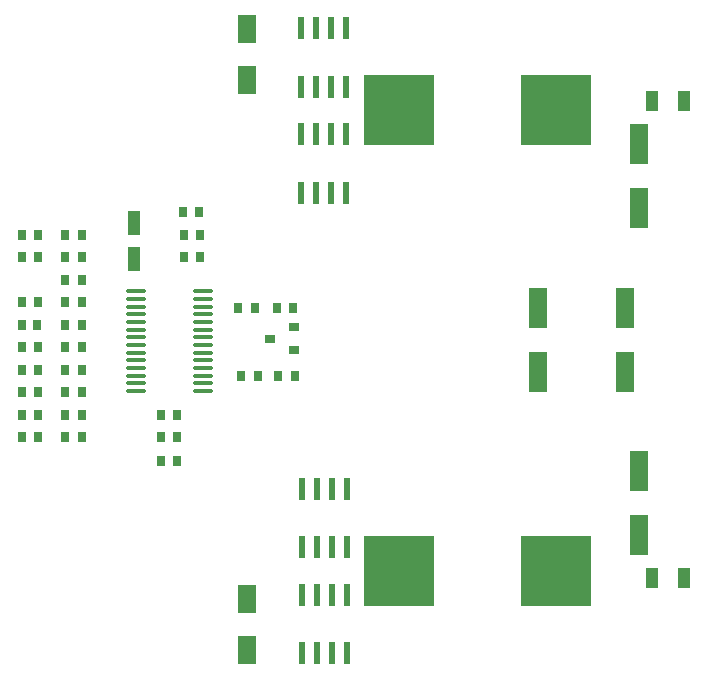
<source format=gtp>
G04*
G04 #@! TF.GenerationSoftware,Altium Limited,Altium Designer,20.0.11 (256)*
G04*
G04 Layer_Color=8421504*
%FSLAX25Y25*%
%MOIN*%
G70*
G01*
G75*
%ADD17R,0.04331X0.06693*%
%ADD18R,0.02362X0.07756*%
%ADD19R,0.23622X0.23622*%
%ADD20R,0.02953X0.03347*%
%ADD21R,0.06221X0.13819*%
%ADD22R,0.03150X0.03543*%
%ADD23R,0.06142X0.09173*%
%ADD24R,0.03937X0.07874*%
%ADD25O,0.06693X0.01378*%
%ADD26R,0.03543X0.03150*%
D17*
X223815Y184000D02*
D03*
X213185D02*
D03*
Y25000D02*
D03*
X223815D02*
D03*
D18*
X111041Y153487D02*
D03*
X106041D02*
D03*
X101041D02*
D03*
X96041D02*
D03*
Y172976D02*
D03*
X101041D02*
D03*
X106041D02*
D03*
X111041D02*
D03*
Y208330D02*
D03*
X106041D02*
D03*
X101041D02*
D03*
X96041D02*
D03*
Y188842D02*
D03*
X101041D02*
D03*
X106041D02*
D03*
X111041D02*
D03*
X96500Y-13D02*
D03*
X101500D02*
D03*
X106500D02*
D03*
X111500D02*
D03*
Y19476D02*
D03*
X106500D02*
D03*
X101500D02*
D03*
X96500D02*
D03*
Y35342D02*
D03*
X101500D02*
D03*
X106500D02*
D03*
X111500D02*
D03*
Y54830D02*
D03*
X106500D02*
D03*
X101500D02*
D03*
X96500D02*
D03*
D19*
X128819Y180909D02*
D03*
X181181D02*
D03*
Y27409D02*
D03*
X128819D02*
D03*
D20*
X3256Y109450D02*
D03*
X8177D02*
D03*
D21*
X175000Y93695D02*
D03*
Y114955D02*
D03*
X204161Y93695D02*
D03*
Y114955D02*
D03*
X208661Y39410D02*
D03*
Y60669D02*
D03*
Y169609D02*
D03*
Y148349D02*
D03*
D22*
X2961Y79450D02*
D03*
X8472D02*
D03*
X2961Y131950D02*
D03*
X8472D02*
D03*
X2961Y139450D02*
D03*
X8472D02*
D03*
X2961Y71950D02*
D03*
X8472D02*
D03*
X2961Y101950D02*
D03*
X8472D02*
D03*
X2961Y116950D02*
D03*
X8472D02*
D03*
X17461Y94450D02*
D03*
X22973D02*
D03*
X17461Y124450D02*
D03*
X22973D02*
D03*
X22972Y116950D02*
D03*
X17461D02*
D03*
X22972Y101950D02*
D03*
X17461D02*
D03*
X80756Y114871D02*
D03*
X75244D02*
D03*
X81756Y92371D02*
D03*
X76244D02*
D03*
X62472Y131950D02*
D03*
X56961D02*
D03*
X49406Y79450D02*
D03*
X54917D02*
D03*
X2961Y86950D02*
D03*
X8472D02*
D03*
X17461D02*
D03*
X22973D02*
D03*
X17461Y79450D02*
D03*
X22973D02*
D03*
X17461Y71950D02*
D03*
X22973D02*
D03*
X2961Y94450D02*
D03*
X8472D02*
D03*
X17461Y131950D02*
D03*
X22973D02*
D03*
X17461Y139450D02*
D03*
X22973D02*
D03*
X17461Y109450D02*
D03*
X22973D02*
D03*
X93500Y114871D02*
D03*
X87988D02*
D03*
X94000Y92371D02*
D03*
X88488D02*
D03*
X62256Y147000D02*
D03*
X56744D02*
D03*
X49406Y64000D02*
D03*
X54917D02*
D03*
X56961Y139450D02*
D03*
X62472D02*
D03*
X49406Y71950D02*
D03*
X54917D02*
D03*
D23*
X78161Y207871D02*
D03*
Y191020D02*
D03*
X78000Y1075D02*
D03*
Y17925D02*
D03*
D24*
X40500Y143311D02*
D03*
Y131500D02*
D03*
D25*
X63382Y87316D02*
D03*
Y89875D02*
D03*
Y92434D02*
D03*
Y94993D02*
D03*
Y97552D02*
D03*
Y100111D02*
D03*
Y102671D02*
D03*
Y105229D02*
D03*
Y107789D02*
D03*
Y110348D02*
D03*
Y112907D02*
D03*
Y115466D02*
D03*
Y118025D02*
D03*
Y120584D02*
D03*
X40941Y87316D02*
D03*
Y89875D02*
D03*
Y92434D02*
D03*
Y94993D02*
D03*
Y97552D02*
D03*
Y100111D02*
D03*
Y102671D02*
D03*
Y105229D02*
D03*
Y107789D02*
D03*
Y110348D02*
D03*
Y112907D02*
D03*
Y115466D02*
D03*
Y118025D02*
D03*
Y120584D02*
D03*
D26*
X93681Y101073D02*
D03*
Y108554D02*
D03*
X85807Y104813D02*
D03*
M02*

</source>
